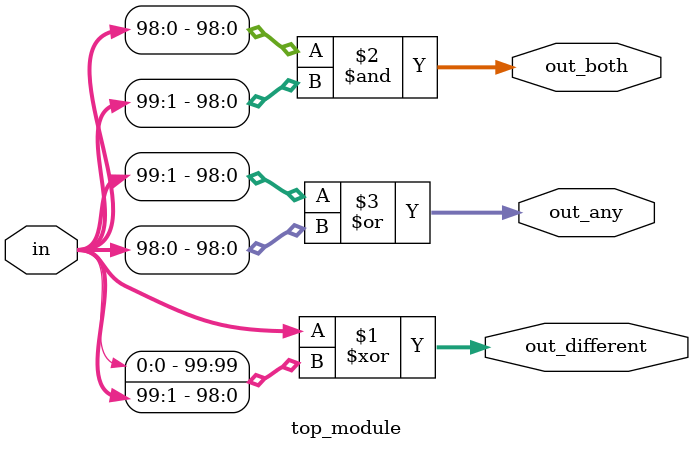
<source format=v>
module top_module( 
    input [99:0] in,
    output [98:0] out_both,
    output [99:1] out_any,
    output [99:0] out_different );

//bitwise
    assign out_different = in[99:0]^{in[0],in[99:1]};
    assign out_both = in[98:0]&in[99:1];
    assign out_any = in[99:1]|in[98:0];

endmodule
</source>
